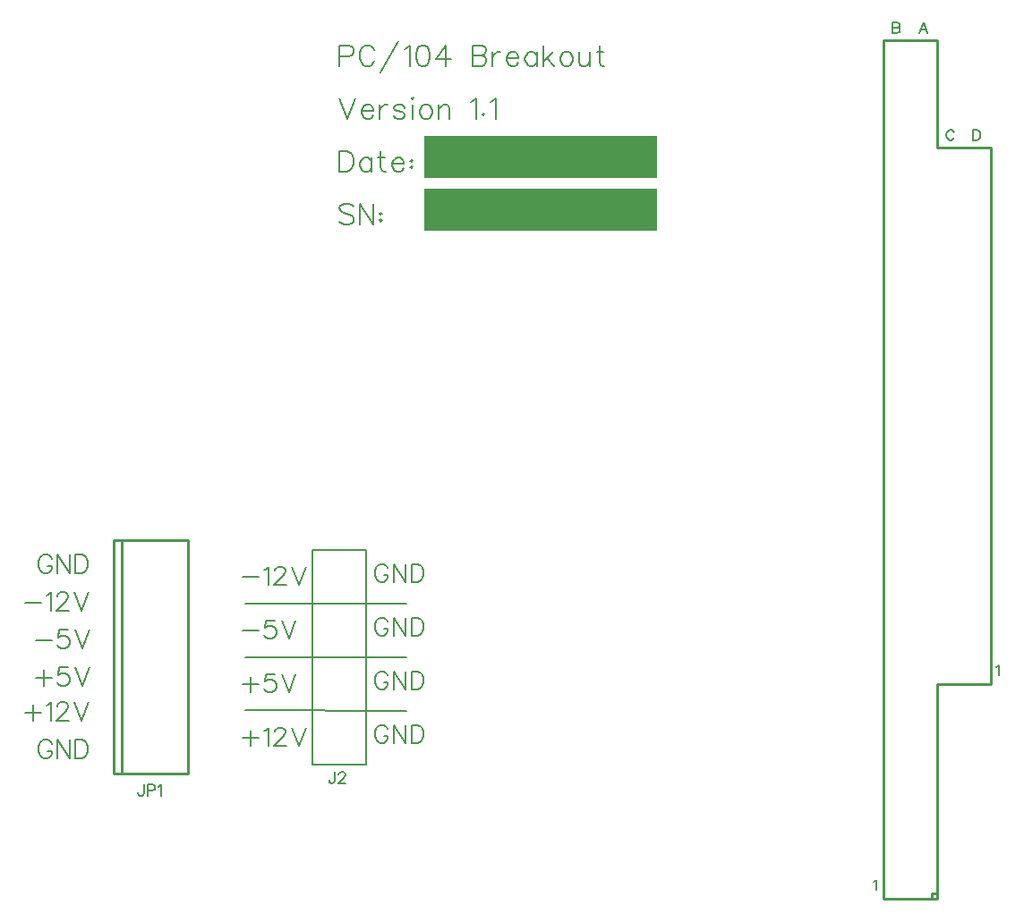
<source format=gto>
G04 Layer: TopSilkscreenLayer*
G04 EasyEDA v6.5.40, 2024-06-11 05:07:01*
G04 a67cddfb3fce44daa9051d46cbbcc19f,10*
G04 Gerber Generator version 0.2*
G04 Scale: 100 percent, Rotated: No, Reflected: No *
G04 Dimensions in millimeters *
G04 leading zeros omitted , absolute positions ,4 integer and 5 decimal *
%FSLAX45Y45*%
%MOMM*%

%ADD10C,0.2032*%
%ADD11C,0.1524*%
%ADD12C,0.2000*%
%ADD13C,0.2540*%

%LPD*%
D10*
X2205733Y2103120D02*
G01*
X2205733Y1955800D01*
X2132073Y2029460D02*
G01*
X2279393Y2029460D01*
X2333241Y2094992D02*
G01*
X2349751Y2103120D01*
X2374135Y2127757D01*
X2374135Y1955800D01*
X2436365Y2086610D02*
G01*
X2436365Y2094992D01*
X2444493Y2111247D01*
X2452621Y2119376D01*
X2469131Y2127757D01*
X2501897Y2127757D01*
X2518153Y2119376D01*
X2526281Y2111247D01*
X2534663Y2094992D01*
X2534663Y2078481D01*
X2526281Y2062226D01*
X2510025Y2037587D01*
X2428237Y1955800D01*
X2542791Y1955800D01*
X2596639Y2127757D02*
G01*
X2662171Y1955800D01*
X2727703Y2127757D02*
G01*
X2662171Y1955800D01*
X2205733Y2611120D02*
G01*
X2205733Y2463800D01*
X2132073Y2537460D02*
G01*
X2279393Y2537460D01*
X2431539Y2635757D02*
G01*
X2349751Y2635757D01*
X2341369Y2562097D01*
X2349751Y2570226D01*
X2374135Y2578354D01*
X2398773Y2578354D01*
X2423157Y2570226D01*
X2439667Y2553715D01*
X2447795Y2529331D01*
X2447795Y2512821D01*
X2439667Y2488437D01*
X2423157Y2471928D01*
X2398773Y2463800D01*
X2374135Y2463800D01*
X2349751Y2471928D01*
X2341369Y2480055D01*
X2333241Y2496565D01*
X2501897Y2635757D02*
G01*
X2567175Y2463800D01*
X2632707Y2635757D02*
G01*
X2567175Y2463800D01*
X2132073Y3045460D02*
G01*
X2279393Y3045460D01*
X2431539Y3143757D02*
G01*
X2349751Y3143757D01*
X2341369Y3070097D01*
X2349751Y3078226D01*
X2374135Y3086354D01*
X2398773Y3086354D01*
X2423157Y3078226D01*
X2439667Y3061715D01*
X2447795Y3037331D01*
X2447795Y3020821D01*
X2439667Y2996437D01*
X2423157Y2979928D01*
X2398773Y2971800D01*
X2374135Y2971800D01*
X2349751Y2979928D01*
X2341369Y2988055D01*
X2333241Y3004565D01*
X2501897Y3143757D02*
G01*
X2567175Y2971800D01*
X2632707Y3143757D02*
G01*
X2567175Y2971800D01*
X2132073Y3553460D02*
G01*
X2279393Y3553460D01*
X2333241Y3618992D02*
G01*
X2349751Y3627120D01*
X2374135Y3651504D01*
X2374135Y3479800D01*
X2436365Y3610610D02*
G01*
X2436365Y3618992D01*
X2444493Y3635247D01*
X2452621Y3643376D01*
X2469131Y3651504D01*
X2501897Y3651504D01*
X2518153Y3643376D01*
X2526281Y3635247D01*
X2534663Y3618992D01*
X2534663Y3602481D01*
X2526281Y3586226D01*
X2510025Y3561587D01*
X2428237Y3479800D01*
X2542791Y3479800D01*
X2596639Y3651504D02*
G01*
X2662171Y3479800D01*
X2727703Y3651504D02*
G01*
X2662171Y3479800D01*
X3504689Y3128771D02*
G01*
X3496561Y3145028D01*
X3480051Y3161537D01*
X3463795Y3169665D01*
X3431029Y3169665D01*
X3414773Y3161537D01*
X3398263Y3145028D01*
X3390135Y3128771D01*
X3382007Y3104134D01*
X3382007Y3063239D01*
X3390135Y3038602D01*
X3398263Y3022345D01*
X3414773Y3006089D01*
X3431029Y2997707D01*
X3463795Y2997707D01*
X3480051Y3006089D01*
X3496561Y3022345D01*
X3504689Y3038602D01*
X3504689Y3063239D01*
X3463795Y3063239D02*
G01*
X3504689Y3063239D01*
X3558791Y3169665D02*
G01*
X3558791Y2997707D01*
X3558791Y3169665D02*
G01*
X3673345Y2997707D01*
X3673345Y3169665D02*
G01*
X3673345Y2997707D01*
X3727193Y3169665D02*
G01*
X3727193Y2997707D01*
X3727193Y3169665D02*
G01*
X3784597Y3169665D01*
X3808981Y3161537D01*
X3825491Y3145028D01*
X3833619Y3128771D01*
X3841747Y3104134D01*
X3841747Y3063239D01*
X3833619Y3038602D01*
X3825491Y3022345D01*
X3808981Y3006089D01*
X3784597Y2997707D01*
X3727193Y2997707D01*
X3504689Y3636771D02*
G01*
X3496561Y3653028D01*
X3480051Y3669537D01*
X3463795Y3677665D01*
X3431029Y3677665D01*
X3414773Y3669537D01*
X3398263Y3653028D01*
X3390135Y3636771D01*
X3382007Y3612134D01*
X3382007Y3571239D01*
X3390135Y3546602D01*
X3398263Y3530345D01*
X3414773Y3514089D01*
X3431029Y3505707D01*
X3463795Y3505707D01*
X3480051Y3514089D01*
X3496561Y3530345D01*
X3504689Y3546602D01*
X3504689Y3571239D01*
X3463795Y3571239D02*
G01*
X3504689Y3571239D01*
X3558791Y3677665D02*
G01*
X3558791Y3505707D01*
X3558791Y3677665D02*
G01*
X3673345Y3505707D01*
X3673345Y3677665D02*
G01*
X3673345Y3505707D01*
X3727193Y3677665D02*
G01*
X3727193Y3505707D01*
X3727193Y3677665D02*
G01*
X3784597Y3677665D01*
X3808981Y3669537D01*
X3825491Y3653028D01*
X3833619Y3636771D01*
X3841747Y3612134D01*
X3841747Y3571239D01*
X3833619Y3546602D01*
X3825491Y3530345D01*
X3808981Y3514089D01*
X3784597Y3505707D01*
X3727193Y3505707D01*
X3504689Y2620771D02*
G01*
X3496561Y2637028D01*
X3480051Y2653537D01*
X3463795Y2661665D01*
X3431029Y2661665D01*
X3414773Y2653537D01*
X3398263Y2637028D01*
X3390135Y2620771D01*
X3382007Y2596134D01*
X3382007Y2555239D01*
X3390135Y2530602D01*
X3398263Y2514345D01*
X3414773Y2498089D01*
X3431029Y2489707D01*
X3463795Y2489707D01*
X3480051Y2498089D01*
X3496561Y2514345D01*
X3504689Y2530602D01*
X3504689Y2555239D01*
X3463795Y2555239D02*
G01*
X3504689Y2555239D01*
X3558791Y2661665D02*
G01*
X3558791Y2489707D01*
X3558791Y2661665D02*
G01*
X3673345Y2489707D01*
X3673345Y2661665D02*
G01*
X3673345Y2489707D01*
X3727193Y2661665D02*
G01*
X3727193Y2489707D01*
X3727193Y2661665D02*
G01*
X3784597Y2661665D01*
X3808981Y2653537D01*
X3825491Y2637028D01*
X3833619Y2620771D01*
X3841747Y2596134D01*
X3841747Y2555239D01*
X3833619Y2530602D01*
X3825491Y2514345D01*
X3808981Y2498089D01*
X3784597Y2489707D01*
X3727193Y2489707D01*
X3504689Y2112771D02*
G01*
X3496561Y2129028D01*
X3480051Y2145537D01*
X3463795Y2153665D01*
X3431029Y2153665D01*
X3414773Y2145537D01*
X3398263Y2129028D01*
X3390135Y2112771D01*
X3382007Y2088134D01*
X3382007Y2047239D01*
X3390135Y2022602D01*
X3398263Y2006345D01*
X3414773Y1990089D01*
X3431029Y1981707D01*
X3463795Y1981707D01*
X3480051Y1990089D01*
X3496561Y2006345D01*
X3504689Y2022602D01*
X3504689Y2047239D01*
X3463795Y2047239D02*
G01*
X3504689Y2047239D01*
X3558791Y2153665D02*
G01*
X3558791Y1981707D01*
X3558791Y2153665D02*
G01*
X3673345Y1981707D01*
X3673345Y2153665D02*
G01*
X3673345Y1981707D01*
X3727193Y2153665D02*
G01*
X3727193Y1981707D01*
X3727193Y2153665D02*
G01*
X3784597Y2153665D01*
X3808981Y2145537D01*
X3825491Y2129028D01*
X3833619Y2112771D01*
X3841747Y2088134D01*
X3841747Y2047239D01*
X3833619Y2022602D01*
X3825491Y2006345D01*
X3808981Y1990089D01*
X3784597Y1981707D01*
X3727193Y1981707D01*
X3048000Y8587102D02*
G01*
X3048000Y8393046D01*
X3048000Y8587102D02*
G01*
X3131058Y8587102D01*
X3158743Y8577704D01*
X3168141Y8568560D01*
X3177286Y8550018D01*
X3177286Y8522332D01*
X3168141Y8503790D01*
X3158743Y8494646D01*
X3131058Y8485502D01*
X3048000Y8485502D01*
X3376929Y8540874D02*
G01*
X3367531Y8559416D01*
X3348990Y8577704D01*
X3330702Y8587102D01*
X3293618Y8587102D01*
X3275329Y8577704D01*
X3256788Y8559416D01*
X3247390Y8540874D01*
X3238245Y8513188D01*
X3238245Y8466960D01*
X3247390Y8439274D01*
X3256788Y8420732D01*
X3275329Y8402190D01*
X3293618Y8393046D01*
X3330702Y8393046D01*
X3348990Y8402190D01*
X3367531Y8420732D01*
X3376929Y8439274D01*
X3604006Y8623932D02*
G01*
X3437890Y8328530D01*
X3664965Y8550018D02*
G01*
X3683508Y8559416D01*
X3711193Y8587102D01*
X3711193Y8393046D01*
X3827525Y8587102D02*
G01*
X3799840Y8577704D01*
X3781297Y8550018D01*
X3772154Y8503790D01*
X3772154Y8476104D01*
X3781297Y8430130D01*
X3799840Y8402190D01*
X3827525Y8393046D01*
X3846068Y8393046D01*
X3873754Y8402190D01*
X3892295Y8430130D01*
X3901440Y8476104D01*
X3901440Y8503790D01*
X3892295Y8550018D01*
X3873754Y8577704D01*
X3846068Y8587102D01*
X3827525Y8587102D01*
X4054856Y8587102D02*
G01*
X3962400Y8457816D01*
X4100829Y8457816D01*
X4054856Y8587102D02*
G01*
X4054856Y8393046D01*
X4304029Y8587102D02*
G01*
X4304029Y8393046D01*
X4304029Y8587102D02*
G01*
X4387341Y8587102D01*
X4415027Y8577704D01*
X4424172Y8568560D01*
X4433570Y8550018D01*
X4433570Y8531730D01*
X4424172Y8513188D01*
X4415027Y8503790D01*
X4387341Y8494646D01*
X4304029Y8494646D02*
G01*
X4387341Y8494646D01*
X4415027Y8485502D01*
X4424172Y8476104D01*
X4433570Y8457816D01*
X4433570Y8430130D01*
X4424172Y8411588D01*
X4415027Y8402190D01*
X4387341Y8393046D01*
X4304029Y8393046D01*
X4494529Y8522332D02*
G01*
X4494529Y8393046D01*
X4494529Y8466960D02*
G01*
X4503674Y8494646D01*
X4522215Y8513188D01*
X4540504Y8522332D01*
X4568190Y8522332D01*
X4629150Y8466960D02*
G01*
X4740147Y8466960D01*
X4740147Y8485502D01*
X4730750Y8503790D01*
X4721606Y8513188D01*
X4703063Y8522332D01*
X4675377Y8522332D01*
X4657090Y8513188D01*
X4638547Y8494646D01*
X4629150Y8466960D01*
X4629150Y8448418D01*
X4638547Y8420732D01*
X4657090Y8402190D01*
X4675377Y8393046D01*
X4703063Y8393046D01*
X4721606Y8402190D01*
X4740147Y8420732D01*
X4911852Y8522332D02*
G01*
X4911852Y8393046D01*
X4911852Y8494646D02*
G01*
X4893309Y8513188D01*
X4875022Y8522332D01*
X4847336Y8522332D01*
X4828793Y8513188D01*
X4810252Y8494646D01*
X4801108Y8466960D01*
X4801108Y8448418D01*
X4810252Y8420732D01*
X4828793Y8402190D01*
X4847336Y8393046D01*
X4875022Y8393046D01*
X4893309Y8402190D01*
X4911852Y8420732D01*
X4972811Y8587102D02*
G01*
X4972811Y8393046D01*
X5065268Y8522332D02*
G01*
X4972811Y8430130D01*
X5009895Y8466960D02*
G01*
X5074411Y8393046D01*
X5181600Y8522332D02*
G01*
X5163058Y8513188D01*
X5144770Y8494646D01*
X5135372Y8466960D01*
X5135372Y8448418D01*
X5144770Y8420732D01*
X5163058Y8402190D01*
X5181600Y8393046D01*
X5209286Y8393046D01*
X5227827Y8402190D01*
X5246370Y8420732D01*
X5255513Y8448418D01*
X5255513Y8466960D01*
X5246370Y8494646D01*
X5227827Y8513188D01*
X5209286Y8522332D01*
X5181600Y8522332D01*
X5316474Y8522332D02*
G01*
X5316474Y8430130D01*
X5325618Y8402190D01*
X5344159Y8393046D01*
X5371845Y8393046D01*
X5390388Y8402190D01*
X5418074Y8430130D01*
X5418074Y8522332D02*
G01*
X5418074Y8393046D01*
X5506720Y8587102D02*
G01*
X5506720Y8430130D01*
X5515863Y8402190D01*
X5534406Y8393046D01*
X5552947Y8393046D01*
X5479034Y8522332D02*
G01*
X5543550Y8522332D01*
X3048000Y8087105D02*
G01*
X3121913Y7893050D01*
X3195827Y8087105D02*
G01*
X3121913Y7893050D01*
X3256788Y7966963D02*
G01*
X3367531Y7966963D01*
X3367531Y7985505D01*
X3358388Y8003794D01*
X3348990Y8013192D01*
X3330702Y8022336D01*
X3303015Y8022336D01*
X3284474Y8013192D01*
X3265931Y7994650D01*
X3256788Y7966963D01*
X3256788Y7948421D01*
X3265931Y7920736D01*
X3284474Y7902194D01*
X3303015Y7893050D01*
X3330702Y7893050D01*
X3348990Y7902194D01*
X3367531Y7920736D01*
X3428491Y8022336D02*
G01*
X3428491Y7893050D01*
X3428491Y7966963D02*
G01*
X3437890Y7994650D01*
X3456177Y8013192D01*
X3474720Y8022336D01*
X3502406Y8022336D01*
X3664965Y7994650D02*
G01*
X3655822Y8013192D01*
X3628136Y8022336D01*
X3600450Y8022336D01*
X3572509Y8013192D01*
X3563365Y7994650D01*
X3572509Y7976108D01*
X3591052Y7966963D01*
X3637279Y7957820D01*
X3655822Y7948421D01*
X3664965Y7929879D01*
X3664965Y7920736D01*
X3655822Y7902194D01*
X3628136Y7893050D01*
X3600450Y7893050D01*
X3572509Y7902194D01*
X3563365Y7920736D01*
X3725925Y8087105D02*
G01*
X3735070Y8077708D01*
X3744468Y8087105D01*
X3735070Y8096250D01*
X3725925Y8087105D01*
X3735070Y8022336D02*
G01*
X3735070Y7893050D01*
X3851656Y8022336D02*
G01*
X3833113Y8013192D01*
X3814572Y7994650D01*
X3805427Y7966963D01*
X3805427Y7948421D01*
X3814572Y7920736D01*
X3833113Y7902194D01*
X3851656Y7893050D01*
X3879341Y7893050D01*
X3897629Y7902194D01*
X3916172Y7920736D01*
X3925570Y7948421D01*
X3925570Y7966963D01*
X3916172Y7994650D01*
X3897629Y8013192D01*
X3879341Y8022336D01*
X3851656Y8022336D01*
X3986529Y8022336D02*
G01*
X3986529Y7893050D01*
X3986529Y7985505D02*
G01*
X4014215Y8013192D01*
X4032504Y8022336D01*
X4060190Y8022336D01*
X4078731Y8013192D01*
X4088129Y7985505D01*
X4088129Y7893050D01*
X4291329Y8050021D02*
G01*
X4309618Y8059420D01*
X4337304Y8087105D01*
X4337304Y7893050D01*
X4407661Y7939278D02*
G01*
X4398263Y7929879D01*
X4407661Y7920736D01*
X4416806Y7929879D01*
X4407661Y7939278D01*
X4477765Y8050021D02*
G01*
X4496308Y8059420D01*
X4523993Y8087105D01*
X4523993Y7893050D01*
X3047992Y7587038D02*
G01*
X3047992Y7393076D01*
X3047992Y7587038D02*
G01*
X3112648Y7587038D01*
X3140356Y7577802D01*
X3158827Y7559329D01*
X3168065Y7540856D01*
X3177301Y7513147D01*
X3177301Y7466967D01*
X3168065Y7439256D01*
X3158827Y7420785D01*
X3140356Y7402311D01*
X3112648Y7393076D01*
X3047992Y7393076D01*
X3349096Y7522385D02*
G01*
X3349096Y7393076D01*
X3349096Y7494676D02*
G01*
X3330625Y7513147D01*
X3312152Y7522385D01*
X3284443Y7522385D01*
X3265970Y7513147D01*
X3247496Y7494676D01*
X3238261Y7466967D01*
X3238261Y7448494D01*
X3247496Y7420785D01*
X3265970Y7402311D01*
X3284443Y7393076D01*
X3312152Y7393076D01*
X3330625Y7402311D01*
X3349096Y7420785D01*
X3437768Y7587038D02*
G01*
X3437768Y7430020D01*
X3447003Y7402311D01*
X3465476Y7393076D01*
X3483947Y7393076D01*
X3410056Y7522385D02*
G01*
X3474712Y7522385D01*
X3544907Y7466967D02*
G01*
X3655745Y7466967D01*
X3655745Y7485438D01*
X3646507Y7503911D01*
X3637272Y7513147D01*
X3618798Y7522385D01*
X3591090Y7522385D01*
X3572616Y7513147D01*
X3554145Y7494676D01*
X3544907Y7466967D01*
X3544907Y7448494D01*
X3554145Y7420785D01*
X3572616Y7402311D01*
X3591090Y7393076D01*
X3618798Y7393076D01*
X3637272Y7402311D01*
X3655745Y7420785D01*
X3725941Y7503911D02*
G01*
X3716705Y7494676D01*
X3725941Y7485438D01*
X3735176Y7494676D01*
X3725941Y7503911D01*
X3725941Y7439256D02*
G01*
X3716705Y7430020D01*
X3725941Y7420785D01*
X3735176Y7430020D01*
X3725941Y7439256D01*
X3177301Y7059330D02*
G01*
X3158827Y7077803D01*
X3131118Y7087039D01*
X3094174Y7087039D01*
X3066465Y7077803D01*
X3047992Y7059330D01*
X3047992Y7040857D01*
X3057227Y7022386D01*
X3066465Y7013148D01*
X3084936Y7003912D01*
X3140356Y6985439D01*
X3158827Y6976203D01*
X3168065Y6966968D01*
X3177301Y6948495D01*
X3177301Y6920786D01*
X3158827Y6902312D01*
X3131118Y6893077D01*
X3094174Y6893077D01*
X3066465Y6902312D01*
X3047992Y6920786D01*
X3238261Y7087039D02*
G01*
X3238261Y6893077D01*
X3238261Y7087039D02*
G01*
X3367570Y6893077D01*
X3367570Y7087039D02*
G01*
X3367570Y6893077D01*
X3437768Y7003912D02*
G01*
X3428530Y6994677D01*
X3437768Y6985439D01*
X3447003Y6994677D01*
X3437768Y7003912D01*
X3437768Y6939257D02*
G01*
X3428530Y6930021D01*
X3437768Y6920786D01*
X3447003Y6930021D01*
X3437768Y6939257D01*
X76276Y3309256D02*
G01*
X223596Y3309256D01*
X277444Y3374788D02*
G01*
X293954Y3382916D01*
X318338Y3407300D01*
X318338Y3235596D01*
X380568Y3366406D02*
G01*
X380568Y3374788D01*
X388696Y3391044D01*
X396824Y3399172D01*
X413334Y3407300D01*
X446100Y3407300D01*
X462356Y3399172D01*
X470484Y3391044D01*
X478866Y3374788D01*
X478866Y3358278D01*
X470484Y3342022D01*
X454228Y3317384D01*
X372440Y3235596D01*
X486994Y3235596D01*
X540842Y3407300D02*
G01*
X606374Y3235596D01*
X671906Y3407300D02*
G01*
X606374Y3235596D01*
X177876Y2953659D02*
G01*
X325196Y2953659D01*
X477342Y3051957D02*
G01*
X395554Y3051957D01*
X387172Y2978297D01*
X395554Y2986425D01*
X419938Y2994553D01*
X444576Y2994553D01*
X468960Y2986425D01*
X485470Y2969915D01*
X493598Y2945531D01*
X493598Y2929021D01*
X485470Y2904637D01*
X468960Y2888127D01*
X444576Y2879999D01*
X419938Y2879999D01*
X395554Y2888127D01*
X387172Y2896255D01*
X379044Y2912765D01*
X547700Y3051957D02*
G01*
X612978Y2879999D01*
X678510Y3051957D02*
G01*
X612978Y2879999D01*
X251536Y2671719D02*
G01*
X251536Y2524399D01*
X177876Y2598059D02*
G01*
X325196Y2598059D01*
X477342Y2696357D02*
G01*
X395554Y2696357D01*
X387172Y2622697D01*
X395554Y2630825D01*
X419938Y2638953D01*
X444576Y2638953D01*
X468960Y2630825D01*
X485470Y2614315D01*
X493598Y2589931D01*
X493598Y2573421D01*
X485470Y2549037D01*
X468960Y2532527D01*
X444576Y2524399D01*
X419938Y2524399D01*
X395554Y2532527D01*
X387172Y2540655D01*
X379044Y2557165D01*
X547700Y2696357D02*
G01*
X612978Y2524399D01*
X678510Y2696357D02*
G01*
X612978Y2524399D01*
X149936Y2341519D02*
G01*
X149936Y2194199D01*
X76276Y2267859D02*
G01*
X223596Y2267859D01*
X277444Y2333391D02*
G01*
X293954Y2341519D01*
X318338Y2366157D01*
X318338Y2194199D01*
X380568Y2325009D02*
G01*
X380568Y2333391D01*
X388696Y2349647D01*
X396824Y2357775D01*
X413334Y2366157D01*
X446100Y2366157D01*
X462356Y2357775D01*
X470484Y2349647D01*
X478866Y2333391D01*
X478866Y2316881D01*
X470484Y2300625D01*
X454228Y2275987D01*
X372440Y2194199D01*
X486994Y2194199D01*
X540842Y2366157D02*
G01*
X606374Y2194199D01*
X671906Y2366157D02*
G01*
X606374Y2194199D01*
X325881Y3722159D02*
G01*
X317754Y3738415D01*
X301244Y3754925D01*
X284987Y3763053D01*
X252221Y3763053D01*
X235965Y3754925D01*
X219455Y3738415D01*
X211328Y3722159D01*
X203200Y3697521D01*
X203200Y3656627D01*
X211328Y3631989D01*
X219455Y3615733D01*
X235965Y3599477D01*
X252221Y3591095D01*
X284987Y3591095D01*
X301244Y3599477D01*
X317754Y3615733D01*
X325881Y3631989D01*
X325881Y3656627D01*
X284987Y3656627D02*
G01*
X325881Y3656627D01*
X379984Y3763053D02*
G01*
X379984Y3591095D01*
X379984Y3763053D02*
G01*
X494537Y3591095D01*
X494537Y3763053D02*
G01*
X494537Y3591095D01*
X548386Y3763053D02*
G01*
X548386Y3591095D01*
X548386Y3763053D02*
G01*
X605789Y3763053D01*
X630173Y3754925D01*
X646684Y3738415D01*
X654812Y3722159D01*
X662939Y3697521D01*
X662939Y3656627D01*
X654812Y3631989D01*
X646684Y3615733D01*
X630173Y3599477D01*
X605789Y3591095D01*
X548386Y3591095D01*
X325881Y1969564D02*
G01*
X317754Y1985820D01*
X301244Y2002330D01*
X284987Y2010458D01*
X252221Y2010458D01*
X235965Y2002330D01*
X219455Y1985820D01*
X211328Y1969564D01*
X203200Y1944926D01*
X203200Y1904032D01*
X211328Y1879394D01*
X219455Y1863138D01*
X235965Y1846882D01*
X252221Y1838500D01*
X284987Y1838500D01*
X301244Y1846882D01*
X317754Y1863138D01*
X325881Y1879394D01*
X325881Y1904032D01*
X284987Y1904032D02*
G01*
X325881Y1904032D01*
X379984Y2010458D02*
G01*
X379984Y1838500D01*
X379984Y2010458D02*
G01*
X494537Y1838500D01*
X494537Y2010458D02*
G01*
X494537Y1838500D01*
X548386Y2010458D02*
G01*
X548386Y1838500D01*
X548386Y2010458D02*
G01*
X605789Y2010458D01*
X630173Y2002330D01*
X646684Y1985820D01*
X654812Y1969564D01*
X662939Y1944926D01*
X662939Y1904032D01*
X654812Y1879394D01*
X646684Y1863138D01*
X630173Y1846882D01*
X605789Y1838500D01*
X548386Y1838500D01*
D11*
X1195072Y1588510D02*
G01*
X1195072Y1505452D01*
X1189738Y1489704D01*
X1184658Y1484624D01*
X1174244Y1479544D01*
X1163830Y1479544D01*
X1153416Y1484624D01*
X1148082Y1489704D01*
X1143002Y1505452D01*
X1143002Y1515866D01*
X1229362Y1588510D02*
G01*
X1229362Y1479544D01*
X1229362Y1588510D02*
G01*
X1276098Y1588510D01*
X1291592Y1583430D01*
X1296672Y1578096D01*
X1302006Y1567682D01*
X1302006Y1552188D01*
X1296672Y1541774D01*
X1291592Y1536694D01*
X1276098Y1531360D01*
X1229362Y1531360D01*
X1336296Y1567682D02*
G01*
X1346710Y1573016D01*
X1362204Y1588510D01*
X1362204Y1479544D01*
D10*
X8102600Y668273D02*
G01*
X8111743Y672845D01*
X8125713Y686815D01*
X8125713Y589787D01*
X9258300Y2700273D02*
G01*
X9267443Y2704845D01*
X9281413Y2718815D01*
X9281413Y2621787D01*
X8571229Y8802115D02*
G01*
X8534400Y8705087D01*
X8571229Y8802115D02*
G01*
X8608313Y8705087D01*
X8548370Y8737345D02*
G01*
X8594343Y8737345D01*
X8280400Y8802115D02*
G01*
X8280400Y8705087D01*
X8280400Y8802115D02*
G01*
X8322056Y8802115D01*
X8335772Y8797289D01*
X8340343Y8792718D01*
X8345170Y8783574D01*
X8345170Y8774429D01*
X8340343Y8765031D01*
X8335772Y8760460D01*
X8322056Y8755887D01*
X8280400Y8755887D02*
G01*
X8322056Y8755887D01*
X8335772Y8751315D01*
X8340343Y8746489D01*
X8345170Y8737345D01*
X8345170Y8723629D01*
X8340343Y8714231D01*
X8335772Y8709660D01*
X8322056Y8705087D01*
X8280400Y8705087D01*
X8857741Y7763002D02*
G01*
X8853170Y7772145D01*
X8843772Y7781289D01*
X8834627Y7786115D01*
X8816086Y7786115D01*
X8806941Y7781289D01*
X8797543Y7772145D01*
X8792972Y7763002D01*
X8788400Y7749031D01*
X8788400Y7725918D01*
X8792972Y7712202D01*
X8797543Y7702804D01*
X8806941Y7693660D01*
X8816086Y7689087D01*
X8834627Y7689087D01*
X8843772Y7693660D01*
X8853170Y7702804D01*
X8857741Y7712202D01*
X9042400Y7786115D02*
G01*
X9042400Y7689087D01*
X9042400Y7786115D02*
G01*
X9074658Y7786115D01*
X9088627Y7781289D01*
X9097772Y7772145D01*
X9102343Y7763002D01*
X9107170Y7749031D01*
X9107170Y7725918D01*
X9102343Y7712202D01*
X9097772Y7702804D01*
X9088627Y7693660D01*
X9074658Y7689087D01*
X9042400Y7689087D01*
D11*
X3000065Y1709313D02*
G01*
X3000065Y1626255D01*
X2994731Y1610507D01*
X2989651Y1605427D01*
X2979237Y1600347D01*
X2968823Y1600347D01*
X2958409Y1605427D01*
X2953075Y1610507D01*
X2947995Y1626255D01*
X2947995Y1636669D01*
X3039435Y1683405D02*
G01*
X3039435Y1688485D01*
X3044515Y1698899D01*
X3049849Y1704233D01*
X3060263Y1709313D01*
X3081091Y1709313D01*
X3091505Y1704233D01*
X3096585Y1698899D01*
X3101665Y1688485D01*
X3101665Y1678071D01*
X3096585Y1667657D01*
X3086171Y1652163D01*
X3034355Y1600347D01*
X3106999Y1600347D01*
G36*
X3847998Y7231989D02*
G01*
X3847998Y6831990D01*
X6047994Y6831990D01*
X6047994Y7231989D01*
G37*
G36*
X3847998Y7732014D02*
G01*
X3847998Y7331964D01*
X6047994Y7331964D01*
X6047994Y7732014D01*
G37*
D12*
X3682997Y3301994D02*
G01*
X2158997Y3301994D01*
X3682997Y2793994D02*
G01*
X2158997Y2793994D01*
X3682997Y2285994D02*
G01*
X2158992Y2293602D01*
D13*
X1610357Y3900164D02*
G01*
X1610357Y1692904D01*
X1610357Y1692904D02*
G01*
X990597Y1692904D01*
X990597Y1692904D02*
G01*
X909317Y1692904D01*
X909317Y1692904D02*
G01*
X909317Y3900164D01*
X909317Y3900164D02*
G01*
X990597Y3900164D01*
X990597Y3900164D02*
G01*
X1610357Y3900164D01*
X990597Y1692904D02*
G01*
X990597Y3900164D01*
X8648700Y508000D02*
G01*
X8648700Y558800D01*
X8699500Y558800D01*
X8191500Y508000D02*
G01*
X8699500Y508000D01*
X8699500Y2540000D01*
X9207500Y2540000D01*
X9207500Y7620000D01*
X8699500Y7620000D01*
X8699500Y8636000D01*
X8191500Y8636000D01*
X8191500Y508000D01*
D10*
X3301994Y1777994D02*
G01*
X3301994Y3809994D01*
X2793994Y3809994D01*
X2793994Y1777994D01*
X3301994Y1777994D01*
M02*

</source>
